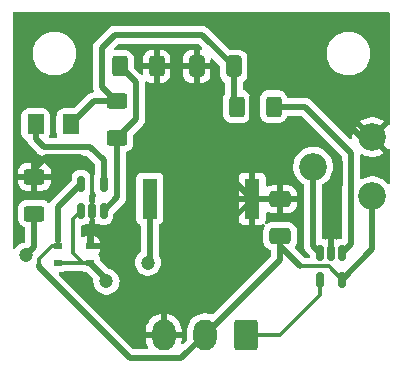
<source format=gbr>
%TF.GenerationSoftware,KiCad,Pcbnew,8.0.1*%
%TF.CreationDate,2024-05-29T15:36:32+02:00*%
%TF.ProjectId,TargetHitDetector,54617267-6574-4486-9974-446574656374,rev?*%
%TF.SameCoordinates,Original*%
%TF.FileFunction,Copper,L1,Top*%
%TF.FilePolarity,Positive*%
%FSLAX46Y46*%
G04 Gerber Fmt 4.6, Leading zero omitted, Abs format (unit mm)*
G04 Created by KiCad (PCBNEW 8.0.1) date 2024-05-29 15:36:32*
%MOMM*%
%LPD*%
G01*
G04 APERTURE LIST*
G04 Aperture macros list*
%AMRoundRect*
0 Rectangle with rounded corners*
0 $1 Rounding radius*
0 $2 $3 $4 $5 $6 $7 $8 $9 X,Y pos of 4 corners*
0 Add a 4 corners polygon primitive as box body*
4,1,4,$2,$3,$4,$5,$6,$7,$8,$9,$2,$3,0*
0 Add four circle primitives for the rounded corners*
1,1,$1+$1,$2,$3*
1,1,$1+$1,$4,$5*
1,1,$1+$1,$6,$7*
1,1,$1+$1,$8,$9*
0 Add four rect primitives between the rounded corners*
20,1,$1+$1,$2,$3,$4,$5,0*
20,1,$1+$1,$4,$5,$6,$7,0*
20,1,$1+$1,$6,$7,$8,$9,0*
20,1,$1+$1,$8,$9,$2,$3,0*%
G04 Aperture macros list end*
%TA.AperFunction,SMDPad,CuDef*%
%ADD10RoundRect,0.150000X0.150000X-0.512500X0.150000X0.512500X-0.150000X0.512500X-0.150000X-0.512500X0*%
%TD*%
%TA.AperFunction,ComponentPad*%
%ADD11RoundRect,0.250000X0.750000X1.050000X-0.750000X1.050000X-0.750000X-1.050000X0.750000X-1.050000X0*%
%TD*%
%TA.AperFunction,ComponentPad*%
%ADD12O,2.000000X2.600000*%
%TD*%
%TA.AperFunction,SMDPad,CuDef*%
%ADD13RoundRect,0.250000X0.625000X-0.400000X0.625000X0.400000X-0.625000X0.400000X-0.625000X-0.400000X0*%
%TD*%
%TA.AperFunction,SMDPad,CuDef*%
%ADD14R,0.700000X0.600000*%
%TD*%
%TA.AperFunction,SMDPad,CuDef*%
%ADD15RoundRect,0.250001X0.462499X0.624999X-0.462499X0.624999X-0.462499X-0.624999X0.462499X-0.624999X0*%
%TD*%
%TA.AperFunction,SMDPad,CuDef*%
%ADD16RoundRect,0.250000X0.650000X-0.412500X0.650000X0.412500X-0.650000X0.412500X-0.650000X-0.412500X0*%
%TD*%
%TA.AperFunction,SMDPad,CuDef*%
%ADD17RoundRect,0.250000X-0.400000X-0.625000X0.400000X-0.625000X0.400000X0.625000X-0.400000X0.625000X0*%
%TD*%
%TA.AperFunction,SMDPad,CuDef*%
%ADD18R,1.300000X3.400000*%
%TD*%
%TA.AperFunction,SMDPad,CuDef*%
%ADD19RoundRect,0.250000X0.412500X0.650000X-0.412500X0.650000X-0.412500X-0.650000X0.412500X-0.650000X0*%
%TD*%
%TA.AperFunction,SMDPad,CuDef*%
%ADD20RoundRect,0.150000X-0.150000X0.512500X-0.150000X-0.512500X0.150000X-0.512500X0.150000X0.512500X0*%
%TD*%
%TA.AperFunction,SMDPad,CuDef*%
%ADD21RoundRect,0.250000X0.400000X0.625000X-0.400000X0.625000X-0.400000X-0.625000X0.400000X-0.625000X0*%
%TD*%
%TA.AperFunction,ComponentPad*%
%ADD22C,2.340000*%
%TD*%
%TA.AperFunction,SMDPad,CuDef*%
%ADD23RoundRect,0.250000X-0.625000X0.400000X-0.625000X-0.400000X0.625000X-0.400000X0.625000X0.400000X0*%
%TD*%
%TA.AperFunction,ViaPad*%
%ADD24C,1.200000*%
%TD*%
%TA.AperFunction,Conductor*%
%ADD25C,0.500000*%
%TD*%
%TA.AperFunction,Conductor*%
%ADD26C,0.350000*%
%TD*%
%TA.AperFunction,Conductor*%
%ADD27C,0.450000*%
%TD*%
G04 APERTURE END LIST*
D10*
%TO.P,U1,1,+*%
%TO.N,Net-(BZ1--)*%
X135750000Y-99937500D03*
%TO.P,U1,2,V-*%
%TO.N,Earth*%
X136700000Y-99937500D03*
%TO.P,U1,3,-*%
%TO.N,Net-(U1--)*%
X137650000Y-99937500D03*
%TO.P,U1,4*%
%TO.N,Net-(D4-A)*%
X137650000Y-97662500D03*
%TO.P,U1,5,V+*%
%TO.N,+6V*%
X135750000Y-97662500D03*
%TD*%
D11*
%TO.P,J1,1,Pin_1*%
%TO.N,Net-(J1-Pin_1)*%
X149750000Y-110400000D03*
D12*
%TO.P,J1,2,Pin_2*%
%TO.N,+6V*%
X146250000Y-110400000D03*
%TO.P,J1,3,Pin_3*%
%TO.N,Earth*%
X142750000Y-110400000D03*
%TD*%
D13*
%TO.P,R3,1*%
%TO.N,Net-(U1--)*%
X138800000Y-93750000D03*
%TO.P,R3,2*%
%TO.N,Net-(D4-K)*%
X138800000Y-90650000D03*
%TD*%
D14*
%TO.P,D2,1,K*%
%TO.N,Net-(BZ1--)*%
X136500000Y-104300000D03*
%TO.P,D2,2,A*%
%TO.N,Earth*%
X136500000Y-102900000D03*
%TD*%
D15*
%TO.P,D4,1,K*%
%TO.N,Net-(D4-K)*%
X134887500Y-92600000D03*
%TO.P,D4,2,A*%
%TO.N,Net-(D4-A)*%
X131912500Y-92600000D03*
%TD*%
D16*
%TO.P,C1,1*%
%TO.N,+6V*%
X152600000Y-102062500D03*
%TO.P,C1,2*%
%TO.N,Earth*%
X152600000Y-98937500D03*
%TD*%
D17*
%TO.P,R5,1*%
%TO.N,Net-(D4-K)*%
X148950000Y-91100000D03*
%TO.P,R5,2*%
%TO.N,Net-(U2-+)*%
X152050000Y-91100000D03*
%TD*%
D18*
%TO.P,BZ1,1,-*%
%TO.N,Net-(BZ1--)*%
X141550000Y-98900000D03*
%TO.P,BZ1,2,+*%
%TO.N,Earth*%
X150250000Y-98900000D03*
%TD*%
D14*
%TO.P,D1,1,K*%
%TO.N,+6V*%
X133800000Y-102900000D03*
%TO.P,D1,2,A*%
%TO.N,Net-(BZ1--)*%
X133800000Y-104300000D03*
%TD*%
D19*
%TO.P,C2,1*%
%TO.N,Net-(D4-K)*%
X148662500Y-87700000D03*
%TO.P,C2,2*%
%TO.N,Earth*%
X145537500Y-87700000D03*
%TD*%
D20*
%TO.P,U2,1,+*%
%TO.N,Net-(U2-+)*%
X157850000Y-103462500D03*
%TO.P,U2,2,V-*%
%TO.N,Earth*%
X156900000Y-103462500D03*
%TO.P,U2,3,-*%
%TO.N,Net-(U2--)*%
X155950000Y-103462500D03*
%TO.P,U2,4*%
%TO.N,Net-(J1-Pin_1)*%
X155950000Y-105737500D03*
%TO.P,U2,5,V+*%
%TO.N,+6V*%
X157850000Y-105737500D03*
%TD*%
D21*
%TO.P,R2,1*%
%TO.N,Earth*%
X142150000Y-87700000D03*
%TO.P,R2,2*%
%TO.N,Net-(U1--)*%
X139050000Y-87700000D03*
%TD*%
D22*
%TO.P,RV1,1,1*%
%TO.N,+6V*%
X160400000Y-98675000D03*
%TO.P,RV1,2,2*%
%TO.N,Net-(U2--)*%
X155400000Y-96175000D03*
%TO.P,RV1,3,3*%
%TO.N,Earth*%
X160400000Y-93675000D03*
%TD*%
D23*
%TO.P,R1,1*%
%TO.N,Earth*%
X131800000Y-97050000D03*
%TO.P,R1,2*%
%TO.N,Net-(BZ1--)*%
X131800000Y-100150000D03*
%TD*%
D24*
%TO.N,Net-(BZ1--)*%
X141400000Y-104300000D03*
X137900000Y-105900000D03*
X131100000Y-103700000D03*
%TD*%
D25*
%TO.N,+6V*%
X144250000Y-112400000D02*
X146250000Y-110400000D01*
X139900000Y-112400000D02*
X144250000Y-112400000D01*
X132200000Y-104700000D02*
X139900000Y-112400000D01*
X132200000Y-104500000D02*
X132200000Y-104700000D01*
%TO.N,Earth*%
X150250000Y-90250000D02*
X150250000Y-97150000D01*
X151100000Y-89400000D02*
X150250000Y-90250000D01*
X155200000Y-89400000D02*
X151100000Y-89400000D01*
X159475000Y-93675000D02*
X155200000Y-89400000D01*
X160400000Y-93675000D02*
X159475000Y-93675000D01*
D26*
%TO.N,Net-(J1-Pin_1)*%
X155950000Y-107050000D02*
X152600000Y-110400000D01*
X155950000Y-105737500D02*
X155950000Y-107050000D01*
X152600000Y-110400000D02*
X149750000Y-110400000D01*
D25*
%TO.N,+6V*%
X152600000Y-104050000D02*
X152600000Y-102062500D01*
X146250000Y-110400000D02*
X152600000Y-104050000D01*
%TO.N,Net-(BZ1--)*%
X131800000Y-100150000D02*
X131800000Y-103000000D01*
X137900000Y-105700000D02*
X136500000Y-104300000D01*
X141550000Y-98900000D02*
X141550000Y-104150000D01*
D26*
X135900000Y-104300000D02*
X136500000Y-104300000D01*
D25*
X131800000Y-103000000D02*
X131100000Y-103700000D01*
D26*
X133800000Y-104300000D02*
X136500000Y-104300000D01*
X135750000Y-99937500D02*
X135100000Y-100587500D01*
X135100000Y-103500000D02*
X135900000Y-104300000D01*
X135100000Y-100587500D02*
X135100000Y-103500000D01*
X141550000Y-104150000D02*
X141400000Y-104300000D01*
X137900000Y-105900000D02*
X137900000Y-105700000D01*
%TO.N,Earth*%
X136700000Y-102700000D02*
X136500000Y-102900000D01*
D25*
X156900000Y-103462500D02*
X156900000Y-98500000D01*
X145537500Y-94187500D02*
X150250000Y-98900000D01*
X155150000Y-93250000D02*
X150250000Y-93250000D01*
X145537500Y-87700000D02*
X145537500Y-94187500D01*
X153000000Y-98937500D02*
X150287500Y-98937500D01*
D27*
X142750000Y-106400000D02*
X150250000Y-98900000D01*
D25*
X156900000Y-98500000D02*
X157700000Y-97700000D01*
X131800000Y-96400000D02*
X132800000Y-95400000D01*
X157700000Y-97700000D02*
X157700000Y-95800000D01*
D26*
X136700000Y-96400000D02*
X136700000Y-99937500D01*
D27*
X142750000Y-107750000D02*
X137900000Y-102900000D01*
D26*
X131800000Y-97050000D02*
X131800000Y-96400000D01*
X150250000Y-97150000D02*
X150250000Y-98900000D01*
D25*
X132800000Y-95400000D02*
X135700000Y-95400000D01*
D27*
X137900000Y-102900000D02*
X136500000Y-102900000D01*
X142750000Y-110400000D02*
X142750000Y-107750000D01*
D26*
X150250000Y-95787500D02*
X150250000Y-97150000D01*
D25*
X142150000Y-87700000D02*
X145537500Y-87700000D01*
D27*
X142750000Y-110400000D02*
X142750000Y-106400000D01*
D25*
X157700000Y-95800000D02*
X155150000Y-93250000D01*
D26*
X136700000Y-99937500D02*
X136700000Y-102700000D01*
X150287500Y-98937500D02*
X150250000Y-98900000D01*
D25*
X135700000Y-95400000D02*
X136700000Y-96400000D01*
%TO.N,Net-(D4-K)*%
X136837500Y-90650000D02*
X138800000Y-90650000D01*
X137500000Y-89400000D02*
X137500000Y-86100000D01*
X138600000Y-85000000D02*
X145962500Y-85000000D01*
X137500000Y-86100000D02*
X138600000Y-85000000D01*
D26*
X148662500Y-90812500D02*
X148950000Y-91100000D01*
D25*
X138750000Y-90650000D02*
X137500000Y-89400000D01*
D26*
X138800000Y-90650000D02*
X138750000Y-90650000D01*
D25*
X134887500Y-92600000D02*
X136837500Y-90650000D01*
X145962500Y-85000000D02*
X148662500Y-87700000D01*
X148662500Y-87700000D02*
X148662500Y-90812500D01*
D26*
%TO.N,+6V*%
X154300000Y-104600000D02*
X156712500Y-104600000D01*
X132200000Y-104000000D02*
X132200000Y-104500000D01*
D25*
X160400000Y-103187500D02*
X157850000Y-105737500D01*
D26*
X133800000Y-102900000D02*
X133800000Y-102500000D01*
D25*
X133800000Y-99612500D02*
X135750000Y-97662500D01*
D26*
X156712500Y-104600000D02*
X157850000Y-105737500D01*
D25*
X152600000Y-102062500D02*
X152600000Y-102900000D01*
X133800000Y-102500000D02*
X133800000Y-99612500D01*
D26*
X133800000Y-102900000D02*
X133300000Y-102900000D01*
D25*
X160400000Y-98675000D02*
X160400000Y-103187500D01*
D26*
X133300000Y-102900000D02*
X132200000Y-104000000D01*
D25*
X152600000Y-102900000D02*
X154300000Y-104600000D01*
%TO.N,Net-(D4-A)*%
X132612500Y-94500000D02*
X136500000Y-94500000D01*
X131912500Y-92600000D02*
X131912500Y-93800000D01*
X137650000Y-95650000D02*
X137650000Y-97662500D01*
X136500000Y-94500000D02*
X137650000Y-95650000D01*
X131912500Y-93800000D02*
X132612500Y-94500000D01*
%TO.N,Net-(U1--)*%
X140400000Y-89050000D02*
X139050000Y-87700000D01*
X138800000Y-93750000D02*
X140400000Y-92150000D01*
X140400000Y-92150000D02*
X140400000Y-89050000D01*
X138800000Y-98787500D02*
X138800000Y-93750000D01*
X137650000Y-99937500D02*
X138800000Y-98787500D01*
%TO.N,Net-(U2-+)*%
X152050000Y-91100000D02*
X154700000Y-91100000D01*
X154700000Y-91100000D02*
X158600000Y-95000000D01*
X158600000Y-102712500D02*
X157850000Y-103462500D01*
X158600000Y-95000000D02*
X158600000Y-102712500D01*
%TO.N,Net-(U2--)*%
X155400000Y-102912500D02*
X155950000Y-103462500D01*
X155400000Y-96175000D02*
X155400000Y-102912500D01*
%TD*%
%TA.AperFunction,Conductor*%
%TO.N,Earth*%
G36*
X150700320Y-83065001D02*
G01*
X161774788Y-83099608D01*
X161842844Y-83119822D01*
X161889169Y-83173623D01*
X161900391Y-83225213D01*
X161929552Y-92557032D01*
X161909763Y-92625215D01*
X161856253Y-92671876D01*
X161796488Y-92683228D01*
X161753399Y-92680808D01*
X161002697Y-93431509D01*
X160976022Y-93367110D01*
X160904888Y-93260649D01*
X160814351Y-93170112D01*
X160707890Y-93098978D01*
X160643488Y-93072301D01*
X161393988Y-92321801D01*
X161393988Y-92321799D01*
X161241355Y-92217736D01*
X161241347Y-92217731D01*
X161014770Y-92108617D01*
X161014752Y-92108610D01*
X160774447Y-92034486D01*
X160774435Y-92034484D01*
X160525745Y-91997000D01*
X160274255Y-91997000D01*
X160025564Y-92034484D01*
X160025552Y-92034486D01*
X159785247Y-92108610D01*
X159785234Y-92108615D01*
X159558651Y-92217732D01*
X159406010Y-92321800D01*
X159406010Y-92321801D01*
X160156510Y-93072301D01*
X160092110Y-93098978D01*
X159985649Y-93170112D01*
X159895112Y-93260649D01*
X159823978Y-93367110D01*
X159797301Y-93431511D01*
X159046598Y-92680807D01*
X159046597Y-92680807D01*
X159009686Y-92727095D01*
X158883933Y-92944904D01*
X158883931Y-92944908D01*
X158792054Y-93179010D01*
X158792053Y-93179012D01*
X158736089Y-93424202D01*
X158717295Y-93675000D01*
X158721861Y-93735926D01*
X158707005Y-93805351D01*
X158656974Y-93855724D01*
X158587651Y-93871051D01*
X158521047Y-93846466D01*
X158507118Y-93834437D01*
X155183519Y-90510838D01*
X155183515Y-90510834D01*
X155059284Y-90427826D01*
X154921247Y-90370649D01*
X154847976Y-90356074D01*
X154847975Y-90356073D01*
X154774711Y-90341500D01*
X154774706Y-90341500D01*
X153295807Y-90341500D01*
X153227686Y-90321498D01*
X153181193Y-90267842D01*
X153176202Y-90255133D01*
X153142115Y-90152262D01*
X153049030Y-90001348D01*
X153049029Y-90001347D01*
X153049024Y-90001341D01*
X152923658Y-89875975D01*
X152923652Y-89875970D01*
X152797614Y-89798229D01*
X152772738Y-89782885D01*
X152688582Y-89754999D01*
X152604427Y-89727113D01*
X152604420Y-89727112D01*
X152500553Y-89716500D01*
X151599455Y-89716500D01*
X151495574Y-89727112D01*
X151327261Y-89782885D01*
X151176347Y-89875970D01*
X151176341Y-89875975D01*
X151050975Y-90001341D01*
X151050970Y-90001347D01*
X150957885Y-90152262D01*
X150902113Y-90320572D01*
X150902112Y-90320579D01*
X150891500Y-90424446D01*
X150891500Y-91775544D01*
X150902112Y-91879425D01*
X150957885Y-92047738D01*
X151050970Y-92198652D01*
X151050975Y-92198658D01*
X151176341Y-92324024D01*
X151176347Y-92324029D01*
X151176348Y-92324030D01*
X151327262Y-92417115D01*
X151495574Y-92472887D01*
X151599455Y-92483500D01*
X152500544Y-92483499D01*
X152604426Y-92472887D01*
X152772738Y-92417115D01*
X152923652Y-92324030D01*
X153049030Y-92198652D01*
X153142115Y-92047738D01*
X153176202Y-91944865D01*
X153216616Y-91886496D01*
X153282173Y-91859240D01*
X153295807Y-91858500D01*
X154333629Y-91858500D01*
X154401750Y-91878502D01*
X154422724Y-91895405D01*
X157804595Y-95277276D01*
X157838621Y-95339588D01*
X157841500Y-95366371D01*
X157841500Y-102165500D01*
X157821498Y-102233621D01*
X157767842Y-102280114D01*
X157715500Y-102291500D01*
X157633489Y-102291500D01*
X157596171Y-102294437D01*
X157596170Y-102294437D01*
X157436392Y-102340857D01*
X157429118Y-102344005D01*
X157428314Y-102342148D01*
X157369818Y-102356984D01*
X157321411Y-102342770D01*
X157320678Y-102344467D01*
X157313405Y-102341320D01*
X157154000Y-102295007D01*
X157154000Y-102545155D01*
X157136454Y-102609293D01*
X157090856Y-102686395D01*
X157044437Y-102846170D01*
X157044437Y-102846171D01*
X157041500Y-102883488D01*
X157041500Y-103590500D01*
X157021498Y-103658621D01*
X156967842Y-103705114D01*
X156915500Y-103716500D01*
X156884500Y-103716500D01*
X156816379Y-103696498D01*
X156769886Y-103642842D01*
X156758500Y-103590500D01*
X156758500Y-102883489D01*
X156758499Y-102883488D01*
X156757764Y-102874155D01*
X156755562Y-102846169D01*
X156709145Y-102686399D01*
X156702336Y-102674885D01*
X156663546Y-102609293D01*
X156646000Y-102545155D01*
X156646000Y-102295007D01*
X156486598Y-102341318D01*
X156479326Y-102344466D01*
X156478420Y-102342374D01*
X156420786Y-102356983D01*
X156371526Y-102342515D01*
X156370882Y-102344005D01*
X156363606Y-102340857D01*
X156363602Y-102340856D01*
X156363601Y-102340855D01*
X156303014Y-102323253D01*
X156249347Y-102307661D01*
X156189511Y-102269448D01*
X156159834Y-102204951D01*
X156158500Y-102186664D01*
X156158500Y-97751891D01*
X156178502Y-97683770D01*
X156229833Y-97638368D01*
X156241604Y-97632700D01*
X156449462Y-97490984D01*
X156633878Y-97319872D01*
X156790731Y-97123184D01*
X156916517Y-96905316D01*
X156923942Y-96886399D01*
X156943292Y-96837095D01*
X157008427Y-96671134D01*
X157064407Y-96425869D01*
X157083207Y-96175000D01*
X157064407Y-95924131D01*
X157008427Y-95678866D01*
X156965320Y-95569033D01*
X156916520Y-95444690D01*
X156916518Y-95444686D01*
X156790733Y-95226819D01*
X156773863Y-95205665D01*
X156633878Y-95030128D01*
X156633877Y-95030127D01*
X156633874Y-95030123D01*
X156449467Y-94859021D01*
X156449461Y-94859015D01*
X156331740Y-94778754D01*
X156241606Y-94717301D01*
X156014949Y-94608148D01*
X156014936Y-94608143D01*
X155774559Y-94533997D01*
X155774551Y-94533995D01*
X155774549Y-94533995D01*
X155525786Y-94496500D01*
X155274214Y-94496500D01*
X155025451Y-94533995D01*
X155025449Y-94533995D01*
X155025440Y-94533997D01*
X154785063Y-94608143D01*
X154785051Y-94608148D01*
X154558394Y-94717301D01*
X154558387Y-94717305D01*
X154350544Y-94859011D01*
X154350532Y-94859021D01*
X154166125Y-95030123D01*
X154009266Y-95226819D01*
X153883481Y-95444686D01*
X153883479Y-95444690D01*
X153791571Y-95678870D01*
X153740506Y-95902605D01*
X153735593Y-95924131D01*
X153716793Y-96175000D01*
X153735593Y-96425869D01*
X153735594Y-96425873D01*
X153791571Y-96671129D01*
X153883479Y-96905309D01*
X153883481Y-96905313D01*
X154009266Y-97123180D01*
X154166125Y-97319876D01*
X154250668Y-97398319D01*
X154350538Y-97490984D01*
X154350544Y-97490988D01*
X154558394Y-97632698D01*
X154558399Y-97632701D01*
X154570165Y-97638367D01*
X154622863Y-97685942D01*
X154641500Y-97751891D01*
X154641500Y-102987207D01*
X154660026Y-103080342D01*
X154670649Y-103133747D01*
X154727826Y-103271784D01*
X154810834Y-103396015D01*
X154810836Y-103396017D01*
X154810838Y-103396019D01*
X155104595Y-103689776D01*
X155138621Y-103752088D01*
X155141500Y-103778871D01*
X155141500Y-103790500D01*
X155121498Y-103858621D01*
X155067842Y-103905114D01*
X155015500Y-103916500D01*
X154741371Y-103916500D01*
X154673250Y-103896498D01*
X154652276Y-103879595D01*
X153870761Y-103098080D01*
X153836735Y-103035768D01*
X153841800Y-102964953D01*
X153852610Y-102942846D01*
X153942115Y-102797738D01*
X153997887Y-102629426D01*
X154008500Y-102525545D01*
X154008499Y-101599456D01*
X153997887Y-101495574D01*
X153942115Y-101327262D01*
X153849030Y-101176348D01*
X153849029Y-101176347D01*
X153849024Y-101176341D01*
X153723658Y-101050975D01*
X153723652Y-101050970D01*
X153710752Y-101043013D01*
X153572738Y-100957885D01*
X153488582Y-100929999D01*
X153404427Y-100902113D01*
X153404420Y-100902112D01*
X153300553Y-100891500D01*
X151899455Y-100891500D01*
X151795574Y-100902112D01*
X151627261Y-100957885D01*
X151521774Y-101022951D01*
X151453294Y-101041688D01*
X151385556Y-101020429D01*
X151340064Y-100965921D01*
X151331263Y-100895472D01*
X151348416Y-100855127D01*
X151346125Y-100853876D01*
X151350444Y-100845964D01*
X151401494Y-100709093D01*
X151407999Y-100648597D01*
X151408000Y-100648585D01*
X151408000Y-100132042D01*
X151428002Y-100063921D01*
X151481658Y-100017428D01*
X151551932Y-100007324D01*
X151600148Y-100024802D01*
X151627473Y-100041656D01*
X151795678Y-100097393D01*
X151795681Y-100097394D01*
X151899483Y-100107999D01*
X151899483Y-100108000D01*
X152346000Y-100108000D01*
X152346000Y-99191500D01*
X152854000Y-99191500D01*
X152854000Y-100108000D01*
X153300517Y-100108000D01*
X153300516Y-100107999D01*
X153404318Y-100097394D01*
X153404321Y-100097393D01*
X153572525Y-100041657D01*
X153723339Y-99948634D01*
X153723345Y-99948629D01*
X153848629Y-99823345D01*
X153848634Y-99823339D01*
X153941657Y-99672525D01*
X153997393Y-99504321D01*
X153997394Y-99504318D01*
X154007999Y-99400516D01*
X154008000Y-99400516D01*
X154008000Y-99191500D01*
X152854000Y-99191500D01*
X152346000Y-99191500D01*
X151238691Y-99191500D01*
X151170570Y-99171498D01*
X151149596Y-99154595D01*
X151149001Y-99154000D01*
X150504000Y-99154000D01*
X150504000Y-101108000D01*
X150948585Y-101108000D01*
X150948597Y-101107999D01*
X151009093Y-101101494D01*
X151145964Y-101050444D01*
X151153876Y-101046125D01*
X151155480Y-101049062D01*
X151206705Y-101029949D01*
X151276081Y-101045032D01*
X151326290Y-101095227D01*
X151341390Y-101164599D01*
X151322951Y-101221774D01*
X151257885Y-101327262D01*
X151202113Y-101495572D01*
X151202112Y-101495579D01*
X151191500Y-101599446D01*
X151191500Y-102525544D01*
X151202112Y-102629425D01*
X151257885Y-102797738D01*
X151350970Y-102948652D01*
X151350975Y-102948658D01*
X151476341Y-103074024D01*
X151476347Y-103074029D01*
X151476348Y-103074030D01*
X151627262Y-103167115D01*
X151755135Y-103209487D01*
X151813504Y-103249899D01*
X151840760Y-103315455D01*
X151841500Y-103329090D01*
X151841500Y-103683628D01*
X151821498Y-103751749D01*
X151804595Y-103772723D01*
X146918558Y-108658759D01*
X146856246Y-108692785D01*
X146790527Y-108689497D01*
X146603246Y-108628645D01*
X146603242Y-108628644D01*
X146603241Y-108628644D01*
X146368722Y-108591500D01*
X146131278Y-108591500D01*
X145896759Y-108628644D01*
X145896753Y-108628645D01*
X145670941Y-108702016D01*
X145670935Y-108702019D01*
X145459369Y-108809817D01*
X145267275Y-108949382D01*
X145267272Y-108949384D01*
X145099384Y-109117272D01*
X145099382Y-109117275D01*
X144959817Y-109309369D01*
X144852019Y-109520935D01*
X144852016Y-109520941D01*
X144778645Y-109746753D01*
X144778644Y-109746758D01*
X144778644Y-109746759D01*
X144745178Y-109958061D01*
X144741500Y-109981281D01*
X144741500Y-110783627D01*
X144721498Y-110851748D01*
X144704595Y-110872723D01*
X144437991Y-111139326D01*
X144375679Y-111173351D01*
X144304863Y-111168286D01*
X144248028Y-111125739D01*
X144223217Y-111059219D01*
X144224447Y-111030519D01*
X144258000Y-110818678D01*
X144258000Y-110654000D01*
X143510704Y-110654000D01*
X143519257Y-110633351D01*
X143550000Y-110478793D01*
X143550000Y-110321207D01*
X143519257Y-110166649D01*
X143510704Y-110146000D01*
X144258000Y-110146000D01*
X144258000Y-109981321D01*
X144220866Y-109746870D01*
X144147519Y-109521132D01*
X144039754Y-109309632D01*
X143900235Y-109117601D01*
X143900233Y-109117598D01*
X143732401Y-108949766D01*
X143732398Y-108949764D01*
X143540367Y-108810245D01*
X143328867Y-108702480D01*
X143103128Y-108629133D01*
X143004000Y-108613432D01*
X143004000Y-109639296D01*
X142983351Y-109630743D01*
X142828793Y-109600000D01*
X142671207Y-109600000D01*
X142516649Y-109630743D01*
X142496000Y-109639296D01*
X142496000Y-108613432D01*
X142396871Y-108629133D01*
X142171132Y-108702480D01*
X141959632Y-108810245D01*
X141767601Y-108949764D01*
X141767598Y-108949766D01*
X141599766Y-109117598D01*
X141599764Y-109117601D01*
X141460245Y-109309632D01*
X141352480Y-109521132D01*
X141279133Y-109746870D01*
X141242000Y-109981321D01*
X141242000Y-110146000D01*
X141989296Y-110146000D01*
X141980743Y-110166649D01*
X141950000Y-110321207D01*
X141950000Y-110478793D01*
X141980743Y-110633351D01*
X141989296Y-110654000D01*
X141242000Y-110654000D01*
X141242000Y-110818678D01*
X141279133Y-111053129D01*
X141352480Y-111278867D01*
X141443905Y-111458297D01*
X141457009Y-111528074D01*
X141430309Y-111593858D01*
X141372282Y-111634765D01*
X141331638Y-111641500D01*
X140266371Y-111641500D01*
X140198250Y-111621498D01*
X140177276Y-111604595D01*
X133896276Y-105323595D01*
X133862250Y-105261283D01*
X133867315Y-105190468D01*
X133909862Y-105133632D01*
X133976382Y-105108821D01*
X133985371Y-105108500D01*
X134198632Y-105108500D01*
X134198638Y-105108500D01*
X134198645Y-105108499D01*
X134198649Y-105108499D01*
X134259196Y-105101990D01*
X134259199Y-105101989D01*
X134259201Y-105101989D01*
X134396204Y-105050889D01*
X134397405Y-105049990D01*
X134452653Y-105008632D01*
X134519173Y-104983821D01*
X134528162Y-104983500D01*
X135771838Y-104983500D01*
X135839959Y-105003502D01*
X135847347Y-105008632D01*
X135903792Y-105050887D01*
X135903794Y-105050888D01*
X135903796Y-105050889D01*
X135926304Y-105059284D01*
X136040795Y-105101988D01*
X136040803Y-105101990D01*
X136101350Y-105108499D01*
X136101355Y-105108499D01*
X136101362Y-105108500D01*
X136183629Y-105108500D01*
X136251750Y-105128502D01*
X136272724Y-105145405D01*
X136765327Y-105638008D01*
X136799353Y-105700320D01*
X136801695Y-105738728D01*
X136786751Y-105899999D01*
X136805706Y-106104562D01*
X136861923Y-106302144D01*
X136861929Y-106302160D01*
X136953493Y-106486045D01*
X136953497Y-106486050D01*
X137077297Y-106649990D01*
X137229116Y-106788391D01*
X137229118Y-106788392D01*
X137403782Y-106896540D01*
X137595345Y-106970751D01*
X137797282Y-107008500D01*
X137797285Y-107008500D01*
X138002715Y-107008500D01*
X138002718Y-107008500D01*
X138204655Y-106970751D01*
X138396218Y-106896540D01*
X138570882Y-106788392D01*
X138722701Y-106649991D01*
X138846503Y-106486050D01*
X138846504Y-106486046D01*
X138846506Y-106486045D01*
X138938070Y-106302160D01*
X138938069Y-106302160D01*
X138938074Y-106302152D01*
X138994294Y-106104559D01*
X139013249Y-105900000D01*
X138994294Y-105695441D01*
X138990516Y-105682164D01*
X138938076Y-105497855D01*
X138938075Y-105497854D01*
X138938074Y-105497848D01*
X138893584Y-105408500D01*
X138846506Y-105313954D01*
X138846502Y-105313949D01*
X138833352Y-105296536D01*
X138806731Y-105261283D01*
X138722702Y-105150009D01*
X138570883Y-105011608D01*
X138396223Y-104903463D01*
X138396222Y-104903462D01*
X138396218Y-104903460D01*
X138204655Y-104829249D01*
X138204652Y-104829248D01*
X138204651Y-104829248D01*
X138116662Y-104812799D01*
X138053377Y-104780620D01*
X138050721Y-104778040D01*
X137572681Y-104300000D01*
X140286751Y-104300000D01*
X140305706Y-104504562D01*
X140361923Y-104702144D01*
X140361929Y-104702160D01*
X140453493Y-104886045D01*
X140453497Y-104886050D01*
X140577297Y-105049990D01*
X140729116Y-105188391D01*
X140808672Y-105237650D01*
X140903782Y-105296540D01*
X141095345Y-105370751D01*
X141297282Y-105408500D01*
X141297285Y-105408500D01*
X141502715Y-105408500D01*
X141502718Y-105408500D01*
X141704655Y-105370751D01*
X141896218Y-105296540D01*
X142070882Y-105188392D01*
X142222701Y-105049991D01*
X142346503Y-104886050D01*
X142346504Y-104886046D01*
X142346506Y-104886045D01*
X142438070Y-104702160D01*
X142438069Y-104702160D01*
X142438074Y-104702152D01*
X142494294Y-104504559D01*
X142513249Y-104300000D01*
X142494294Y-104095441D01*
X142484327Y-104060412D01*
X142438076Y-103897855D01*
X142438075Y-103897854D01*
X142438074Y-103897848D01*
X142434562Y-103890795D01*
X142346506Y-103713954D01*
X142346504Y-103713952D01*
X142346503Y-103713951D01*
X142346503Y-103713950D01*
X142333948Y-103697324D01*
X142308860Y-103630908D01*
X142308500Y-103621394D01*
X142308500Y-101189733D01*
X142328502Y-101121612D01*
X142382158Y-101075119D01*
X142390441Y-101071687D01*
X142446204Y-101050889D01*
X142563261Y-100963261D01*
X142631026Y-100872738D01*
X142650887Y-100846207D01*
X142650887Y-100846206D01*
X142650889Y-100846204D01*
X142701989Y-100709201D01*
X142702503Y-100704426D01*
X142708499Y-100648649D01*
X142708500Y-100648632D01*
X142708500Y-99154000D01*
X149092000Y-99154000D01*
X149092000Y-100648597D01*
X149098505Y-100709093D01*
X149149555Y-100845964D01*
X149149555Y-100845965D01*
X149237095Y-100962904D01*
X149354034Y-101050444D01*
X149490906Y-101101494D01*
X149551402Y-101107999D01*
X149551415Y-101108000D01*
X149996000Y-101108000D01*
X149996000Y-99154000D01*
X149092000Y-99154000D01*
X142708500Y-99154000D01*
X142708500Y-98646000D01*
X149092000Y-98646000D01*
X149996000Y-98646000D01*
X149996000Y-96692000D01*
X150504000Y-96692000D01*
X150504000Y-98646000D01*
X151361309Y-98646000D01*
X151429430Y-98666002D01*
X151450404Y-98682905D01*
X151450999Y-98683500D01*
X152346000Y-98683500D01*
X152346000Y-97767000D01*
X152854000Y-97767000D01*
X152854000Y-98683500D01*
X154008000Y-98683500D01*
X154008000Y-98474483D01*
X153997394Y-98370681D01*
X153997393Y-98370678D01*
X153941657Y-98202474D01*
X153848634Y-98051660D01*
X153848629Y-98051654D01*
X153723345Y-97926370D01*
X153723339Y-97926365D01*
X153572525Y-97833342D01*
X153404321Y-97777606D01*
X153404318Y-97777605D01*
X153300516Y-97767000D01*
X152854000Y-97767000D01*
X152346000Y-97767000D01*
X151899483Y-97767000D01*
X151795681Y-97777605D01*
X151795678Y-97777606D01*
X151627473Y-97833343D01*
X151600145Y-97850199D01*
X151531666Y-97868935D01*
X151463927Y-97847675D01*
X151418436Y-97793167D01*
X151408000Y-97742957D01*
X151408000Y-97151414D01*
X151407999Y-97151402D01*
X151401494Y-97090906D01*
X151350444Y-96954035D01*
X151350444Y-96954034D01*
X151262904Y-96837095D01*
X151145965Y-96749555D01*
X151009093Y-96698505D01*
X150948597Y-96692000D01*
X150504000Y-96692000D01*
X149996000Y-96692000D01*
X149551402Y-96692000D01*
X149490906Y-96698505D01*
X149354035Y-96749555D01*
X149354034Y-96749555D01*
X149237095Y-96837095D01*
X149149555Y-96954034D01*
X149149555Y-96954035D01*
X149098505Y-97090906D01*
X149092000Y-97151402D01*
X149092000Y-98646000D01*
X142708500Y-98646000D01*
X142708500Y-97151367D01*
X142708499Y-97151350D01*
X142701990Y-97090803D01*
X142701988Y-97090795D01*
X142650978Y-96954035D01*
X142650889Y-96953796D01*
X142650888Y-96953794D01*
X142650887Y-96953792D01*
X142563261Y-96836738D01*
X142446207Y-96749112D01*
X142446202Y-96749110D01*
X142309204Y-96698011D01*
X142309196Y-96698009D01*
X142248649Y-96691500D01*
X142248638Y-96691500D01*
X140851362Y-96691500D01*
X140851350Y-96691500D01*
X140790803Y-96698009D01*
X140790795Y-96698011D01*
X140653797Y-96749110D01*
X140653792Y-96749112D01*
X140536738Y-96836738D01*
X140449112Y-96953792D01*
X140449110Y-96953797D01*
X140398011Y-97090795D01*
X140398009Y-97090803D01*
X140391500Y-97151350D01*
X140391500Y-100648649D01*
X140398009Y-100709196D01*
X140398011Y-100709204D01*
X140449110Y-100846202D01*
X140449112Y-100846207D01*
X140536738Y-100963261D01*
X140653791Y-101050886D01*
X140653792Y-101050886D01*
X140653796Y-101050889D01*
X140709535Y-101071679D01*
X140766368Y-101114224D01*
X140791179Y-101180744D01*
X140791500Y-101189733D01*
X140791500Y-103302801D01*
X140771498Y-103370922D01*
X140733730Y-103408061D01*
X140733761Y-103408102D01*
X140733454Y-103408333D01*
X140731835Y-103409925D01*
X140730730Y-103410609D01*
X140729114Y-103411610D01*
X140577297Y-103550009D01*
X140453497Y-103713949D01*
X140453493Y-103713954D01*
X140361929Y-103897839D01*
X140361923Y-103897855D01*
X140305706Y-104095437D01*
X140286751Y-104300000D01*
X137572681Y-104300000D01*
X137395405Y-104122724D01*
X137361379Y-104060412D01*
X137358500Y-104033629D01*
X137358500Y-103951367D01*
X137358499Y-103951350D01*
X137351990Y-103890803D01*
X137351988Y-103890795D01*
X137314579Y-103790500D01*
X137300889Y-103753796D01*
X137300888Y-103753794D01*
X137300887Y-103753792D01*
X137241972Y-103675091D01*
X137217161Y-103608571D01*
X137232253Y-103539196D01*
X137241973Y-103524072D01*
X137300443Y-103445966D01*
X137300444Y-103445964D01*
X137351494Y-103309093D01*
X137357999Y-103248597D01*
X137358000Y-103248585D01*
X137358000Y-103154000D01*
X136372000Y-103154000D01*
X136303879Y-103133998D01*
X136257386Y-103080342D01*
X136246000Y-103028000D01*
X136246000Y-102092000D01*
X136754000Y-102092000D01*
X136754000Y-102646000D01*
X137358000Y-102646000D01*
X137358000Y-102551414D01*
X137357999Y-102551402D01*
X137351494Y-102490906D01*
X137300444Y-102354035D01*
X137300444Y-102354034D01*
X137212904Y-102237095D01*
X137095965Y-102149555D01*
X136959093Y-102098505D01*
X136898597Y-102092000D01*
X136754000Y-102092000D01*
X136246000Y-102092000D01*
X136101402Y-102092000D01*
X136040905Y-102098505D01*
X135953532Y-102131094D01*
X135882716Y-102136158D01*
X135820404Y-102102133D01*
X135786379Y-102039821D01*
X135783500Y-102013038D01*
X135783500Y-101234500D01*
X135803502Y-101166379D01*
X135857158Y-101119886D01*
X135909500Y-101108500D01*
X135966511Y-101108500D01*
X135966511Y-101108499D01*
X136003831Y-101105562D01*
X136163601Y-101059145D01*
X136163605Y-101059142D01*
X136170876Y-101055997D01*
X136171680Y-101057855D01*
X136230157Y-101043014D01*
X136278584Y-101057230D01*
X136279319Y-101055532D01*
X136286593Y-101058679D01*
X136446000Y-101104991D01*
X136446000Y-100854842D01*
X136463547Y-100790702D01*
X136509145Y-100713601D01*
X136555562Y-100553831D01*
X136558499Y-100516511D01*
X136558500Y-100516511D01*
X136558500Y-99358489D01*
X136558499Y-99358488D01*
X136555562Y-99321171D01*
X136555562Y-99321170D01*
X136540990Y-99271013D01*
X136509145Y-99161399D01*
X136509143Y-99161395D01*
X136463546Y-99084293D01*
X136446000Y-99020155D01*
X136446000Y-98770007D01*
X136442317Y-98767242D01*
X136399851Y-98710346D01*
X136394887Y-98639523D01*
X136422015Y-98589947D01*
X136419595Y-98588070D01*
X136424448Y-98581811D01*
X136424453Y-98581807D01*
X136466799Y-98510204D01*
X136509143Y-98438605D01*
X136509143Y-98438603D01*
X136509145Y-98438601D01*
X136555562Y-98278831D01*
X136558499Y-98241511D01*
X136558500Y-98241511D01*
X136558500Y-97083489D01*
X136558499Y-97083488D01*
X136555562Y-97046171D01*
X136555562Y-97046170D01*
X136555561Y-97046167D01*
X136509145Y-96886399D01*
X136509143Y-96886397D01*
X136509143Y-96886394D01*
X136424455Y-96743196D01*
X136424450Y-96743189D01*
X136306810Y-96625549D01*
X136306803Y-96625544D01*
X136163605Y-96540856D01*
X136003829Y-96494437D01*
X135966511Y-96491500D01*
X135966502Y-96491500D01*
X135533498Y-96491500D01*
X135533489Y-96491500D01*
X135496171Y-96494437D01*
X135496170Y-96494437D01*
X135336394Y-96540856D01*
X135193196Y-96625544D01*
X135193189Y-96625549D01*
X135075549Y-96743189D01*
X135075544Y-96743196D01*
X134990856Y-96886394D01*
X134944437Y-97046170D01*
X134944437Y-97046171D01*
X134941500Y-97083488D01*
X134941500Y-97346129D01*
X134921498Y-97414250D01*
X134904595Y-97435224D01*
X133210838Y-99128980D01*
X133210833Y-99128986D01*
X133162283Y-99201647D01*
X133107806Y-99247175D01*
X133037363Y-99256023D01*
X132973319Y-99225381D01*
X132968423Y-99220740D01*
X132898658Y-99150975D01*
X132898652Y-99150970D01*
X132863009Y-99128985D01*
X132747738Y-99057885D01*
X132663582Y-99029999D01*
X132579427Y-99002113D01*
X132579420Y-99002112D01*
X132475553Y-98991500D01*
X131124455Y-98991500D01*
X131020574Y-99002112D01*
X130852261Y-99057885D01*
X130701347Y-99150970D01*
X130701341Y-99150975D01*
X130575975Y-99276341D01*
X130575970Y-99276347D01*
X130482885Y-99427262D01*
X130427113Y-99595572D01*
X130427112Y-99595579D01*
X130416500Y-99699446D01*
X130416500Y-100600544D01*
X130427112Y-100704425D01*
X130482885Y-100872738D01*
X130575970Y-101023652D01*
X130575975Y-101023658D01*
X130701341Y-101149024D01*
X130701347Y-101149029D01*
X130701348Y-101149030D01*
X130852262Y-101242115D01*
X130955135Y-101276203D01*
X131013504Y-101316614D01*
X131040760Y-101382171D01*
X131041500Y-101395806D01*
X131041500Y-102478605D01*
X131021498Y-102546726D01*
X130967842Y-102593219D01*
X130938654Y-102602459D01*
X130902099Y-102609293D01*
X130795343Y-102629249D01*
X130677543Y-102674885D01*
X130603782Y-102703460D01*
X130603781Y-102703460D01*
X130603780Y-102703461D01*
X130603776Y-102703463D01*
X130429116Y-102811608D01*
X130277297Y-102950009D01*
X130176550Y-103083422D01*
X130119537Y-103125729D01*
X130048700Y-103130497D01*
X129986531Y-103096211D01*
X129952768Y-103033756D01*
X129950000Y-103007490D01*
X129950000Y-97304000D01*
X130417000Y-97304000D01*
X130417000Y-97500516D01*
X130427605Y-97604318D01*
X130427606Y-97604321D01*
X130483342Y-97772525D01*
X130576365Y-97923339D01*
X130576370Y-97923345D01*
X130701654Y-98048629D01*
X130701660Y-98048634D01*
X130852474Y-98141657D01*
X131020678Y-98197393D01*
X131020681Y-98197394D01*
X131124483Y-98207999D01*
X131124483Y-98208000D01*
X131546000Y-98208000D01*
X131546000Y-97304000D01*
X132054000Y-97304000D01*
X132054000Y-98208000D01*
X132475517Y-98208000D01*
X132475516Y-98207999D01*
X132579318Y-98197394D01*
X132579321Y-98197393D01*
X132747525Y-98141657D01*
X132898339Y-98048634D01*
X132898345Y-98048629D01*
X133023629Y-97923345D01*
X133023634Y-97923339D01*
X133116657Y-97772525D01*
X133172393Y-97604321D01*
X133172394Y-97604318D01*
X133182999Y-97500516D01*
X133183000Y-97500516D01*
X133183000Y-97304000D01*
X132054000Y-97304000D01*
X131546000Y-97304000D01*
X130417000Y-97304000D01*
X129950000Y-97304000D01*
X129950000Y-96796000D01*
X130417000Y-96796000D01*
X131546000Y-96796000D01*
X131546000Y-95892000D01*
X132054000Y-95892000D01*
X132054000Y-96796000D01*
X133183000Y-96796000D01*
X133183000Y-96599483D01*
X133172394Y-96495681D01*
X133172393Y-96495678D01*
X133116657Y-96327474D01*
X133023634Y-96176660D01*
X133023629Y-96176654D01*
X132898345Y-96051370D01*
X132898339Y-96051365D01*
X132747525Y-95958342D01*
X132579321Y-95902606D01*
X132579318Y-95902605D01*
X132475516Y-95892000D01*
X132054000Y-95892000D01*
X131546000Y-95892000D01*
X131124483Y-95892000D01*
X131020681Y-95902605D01*
X131020678Y-95902606D01*
X130852474Y-95958342D01*
X130701660Y-96051365D01*
X130701654Y-96051370D01*
X130576370Y-96176654D01*
X130576365Y-96176660D01*
X130483342Y-96327474D01*
X130427606Y-96495678D01*
X130427605Y-96495681D01*
X130417000Y-96599483D01*
X130417000Y-96796000D01*
X129950000Y-96796000D01*
X129950000Y-93275552D01*
X130691499Y-93275552D01*
X130702112Y-93379421D01*
X130702112Y-93379423D01*
X130702113Y-93379425D01*
X130757885Y-93547738D01*
X130788621Y-93597568D01*
X130850970Y-93698651D01*
X130850975Y-93698657D01*
X130976342Y-93824024D01*
X130976348Y-93824029D01*
X130976349Y-93824030D01*
X131120633Y-93913026D01*
X131168110Y-93965811D01*
X131178063Y-93995682D01*
X131183147Y-94021239D01*
X131183149Y-94021247D01*
X131240326Y-94159284D01*
X131323334Y-94283515D01*
X132023334Y-94983515D01*
X132023335Y-94983516D01*
X132128984Y-95089165D01*
X132253216Y-95172174D01*
X132334076Y-95205667D01*
X132391253Y-95229351D01*
X132464522Y-95243924D01*
X132464523Y-95243925D01*
X132479098Y-95246824D01*
X132537794Y-95258500D01*
X132537795Y-95258500D01*
X132687205Y-95258500D01*
X136133629Y-95258500D01*
X136201750Y-95278502D01*
X136222724Y-95295405D01*
X136854595Y-95927276D01*
X136888621Y-95989588D01*
X136891500Y-96016371D01*
X136891500Y-96866245D01*
X136886497Y-96901397D01*
X136844438Y-97046167D01*
X136844437Y-97046171D01*
X136841500Y-97083488D01*
X136841500Y-98241511D01*
X136844437Y-98278828D01*
X136844437Y-98278829D01*
X136890856Y-98438605D01*
X136975544Y-98581803D01*
X136980405Y-98588070D01*
X136977984Y-98589947D01*
X137005151Y-98639698D01*
X137000086Y-98710513D01*
X136957683Y-98767241D01*
X136954000Y-98770006D01*
X136954000Y-99020155D01*
X136936454Y-99084293D01*
X136890856Y-99161395D01*
X136844437Y-99321170D01*
X136844437Y-99321171D01*
X136841500Y-99358488D01*
X136841500Y-100516511D01*
X136844437Y-100553828D01*
X136844437Y-100553829D01*
X136844438Y-100553831D01*
X136889575Y-100709196D01*
X136890856Y-100713603D01*
X136936453Y-100790702D01*
X136954000Y-100854842D01*
X136954000Y-101104991D01*
X137113403Y-101058680D01*
X137120675Y-101055534D01*
X137121583Y-101057632D01*
X137179160Y-101043013D01*
X137228473Y-101057491D01*
X137229121Y-101055995D01*
X137236392Y-101059141D01*
X137236399Y-101059145D01*
X137396169Y-101105562D01*
X137433488Y-101108499D01*
X137433489Y-101108500D01*
X137433498Y-101108500D01*
X137866511Y-101108500D01*
X137866511Y-101108499D01*
X137903831Y-101105562D01*
X138063601Y-101059145D01*
X138063603Y-101059143D01*
X138063605Y-101059143D01*
X138171509Y-100995328D01*
X138206807Y-100974453D01*
X138324453Y-100856807D01*
X138409145Y-100713601D01*
X138455562Y-100553831D01*
X138458499Y-100516511D01*
X138458500Y-100516511D01*
X138458500Y-100253871D01*
X138478502Y-100185750D01*
X138495405Y-100164776D01*
X138899631Y-99760550D01*
X139389166Y-99271015D01*
X139472174Y-99146784D01*
X139529351Y-99008746D01*
X139558500Y-98862205D01*
X139558500Y-98712795D01*
X139558500Y-94995806D01*
X139578502Y-94927685D01*
X139632158Y-94881192D01*
X139644850Y-94876207D01*
X139747738Y-94842115D01*
X139898652Y-94749030D01*
X140024030Y-94623652D01*
X140117115Y-94472738D01*
X140172887Y-94304426D01*
X140183500Y-94200545D01*
X140183499Y-93491370D01*
X140203501Y-93423250D01*
X140220399Y-93402280D01*
X140989166Y-92633515D01*
X141072174Y-92509284D01*
X141129351Y-92371246D01*
X141158500Y-92224705D01*
X141158500Y-92075295D01*
X141158500Y-89076510D01*
X141178502Y-89008389D01*
X141232158Y-88961896D01*
X141302432Y-88951792D01*
X141350647Y-88969269D01*
X141427474Y-89016657D01*
X141595678Y-89072393D01*
X141595681Y-89072394D01*
X141699483Y-89082999D01*
X141699483Y-89083000D01*
X141896000Y-89083000D01*
X141896000Y-87954000D01*
X142404000Y-87954000D01*
X142404000Y-89083000D01*
X142600517Y-89083000D01*
X142600516Y-89082999D01*
X142704318Y-89072394D01*
X142704321Y-89072393D01*
X142872525Y-89016657D01*
X143023339Y-88923634D01*
X143023345Y-88923629D01*
X143148629Y-88798345D01*
X143148634Y-88798339D01*
X143241657Y-88647525D01*
X143297393Y-88479321D01*
X143297394Y-88479318D01*
X143307999Y-88375516D01*
X143308000Y-88375516D01*
X143308000Y-87954000D01*
X144367000Y-87954000D01*
X144367000Y-88400516D01*
X144377605Y-88504318D01*
X144377606Y-88504321D01*
X144433342Y-88672525D01*
X144526365Y-88823339D01*
X144526370Y-88823345D01*
X144651654Y-88948629D01*
X144651660Y-88948634D01*
X144802474Y-89041657D01*
X144970678Y-89097393D01*
X144970681Y-89097394D01*
X145074483Y-89107999D01*
X145074483Y-89108000D01*
X145283500Y-89108000D01*
X145283500Y-87954000D01*
X145791500Y-87954000D01*
X145791500Y-89108000D01*
X146000517Y-89108000D01*
X146000516Y-89107999D01*
X146104318Y-89097394D01*
X146104321Y-89097393D01*
X146272525Y-89041657D01*
X146423339Y-88948634D01*
X146423345Y-88948629D01*
X146548629Y-88823345D01*
X146548634Y-88823339D01*
X146641657Y-88672525D01*
X146697393Y-88504321D01*
X146697394Y-88504318D01*
X146707999Y-88400516D01*
X146708000Y-88400516D01*
X146708000Y-87954000D01*
X145791500Y-87954000D01*
X145283500Y-87954000D01*
X144367000Y-87954000D01*
X143308000Y-87954000D01*
X142404000Y-87954000D01*
X141896000Y-87954000D01*
X140992000Y-87954000D01*
X140992000Y-88265129D01*
X140971998Y-88333250D01*
X140918342Y-88379743D01*
X140848068Y-88389847D01*
X140783488Y-88360353D01*
X140776905Y-88354224D01*
X140245404Y-87822723D01*
X140211378Y-87760411D01*
X140208499Y-87733628D01*
X140208499Y-87446000D01*
X140992000Y-87446000D01*
X141896000Y-87446000D01*
X141896000Y-86317000D01*
X142404000Y-86317000D01*
X142404000Y-87446000D01*
X143308000Y-87446000D01*
X144367000Y-87446000D01*
X145283500Y-87446000D01*
X145283500Y-86292000D01*
X145074483Y-86292000D01*
X144970681Y-86302605D01*
X144970678Y-86302606D01*
X144802474Y-86358342D01*
X144651660Y-86451365D01*
X144651654Y-86451370D01*
X144526370Y-86576654D01*
X144526365Y-86576660D01*
X144433342Y-86727474D01*
X144377606Y-86895678D01*
X144377605Y-86895681D01*
X144367000Y-86999483D01*
X144367000Y-87446000D01*
X143308000Y-87446000D01*
X143308000Y-87024483D01*
X143297394Y-86920681D01*
X143297393Y-86920678D01*
X143241657Y-86752474D01*
X143148634Y-86601660D01*
X143148629Y-86601654D01*
X143023345Y-86476370D01*
X143023339Y-86476365D01*
X142872525Y-86383342D01*
X142704321Y-86327606D01*
X142704318Y-86327605D01*
X142600516Y-86317000D01*
X142404000Y-86317000D01*
X141896000Y-86317000D01*
X141699483Y-86317000D01*
X141595681Y-86327605D01*
X141595678Y-86327606D01*
X141427474Y-86383342D01*
X141276660Y-86476365D01*
X141276654Y-86476370D01*
X141151370Y-86601654D01*
X141151365Y-86601660D01*
X141058342Y-86752474D01*
X141002606Y-86920678D01*
X141002605Y-86920681D01*
X140992000Y-87024483D01*
X140992000Y-87446000D01*
X140208499Y-87446000D01*
X140208499Y-87024455D01*
X140197887Y-86920574D01*
X140142185Y-86752474D01*
X140142115Y-86752262D01*
X140049030Y-86601348D01*
X140049029Y-86601347D01*
X140049024Y-86601341D01*
X139923658Y-86475975D01*
X139923652Y-86475970D01*
X139883129Y-86450975D01*
X139772738Y-86382885D01*
X139688582Y-86354999D01*
X139604427Y-86327113D01*
X139604420Y-86327112D01*
X139500553Y-86316500D01*
X138660370Y-86316500D01*
X138592249Y-86296498D01*
X138545756Y-86242842D01*
X138535652Y-86172568D01*
X138565146Y-86107988D01*
X138571248Y-86101432D01*
X138877278Y-85795402D01*
X138939588Y-85761379D01*
X138966371Y-85758500D01*
X145596129Y-85758500D01*
X145664250Y-85778502D01*
X145685224Y-85795405D01*
X145966724Y-86076905D01*
X146000750Y-86139217D01*
X145995685Y-86210032D01*
X145953138Y-86266868D01*
X145886618Y-86291679D01*
X145877629Y-86292000D01*
X145791500Y-86292000D01*
X145791500Y-87446000D01*
X146708000Y-87446000D01*
X146708000Y-87122371D01*
X146728002Y-87054250D01*
X146781658Y-87007757D01*
X146851932Y-86997653D01*
X146916512Y-87027147D01*
X146923095Y-87033276D01*
X147454595Y-87564776D01*
X147488621Y-87627088D01*
X147491500Y-87653871D01*
X147491500Y-88400544D01*
X147502112Y-88504425D01*
X147557885Y-88672738D01*
X147650970Y-88823652D01*
X147650975Y-88823658D01*
X147776341Y-88949024D01*
X147776345Y-88949027D01*
X147776348Y-88949030D01*
X147776350Y-88949031D01*
X147844146Y-88990848D01*
X147891625Y-89043633D01*
X147904000Y-89098089D01*
X147904000Y-90041764D01*
X147885241Y-90107910D01*
X147857886Y-90152260D01*
X147802113Y-90320572D01*
X147802112Y-90320579D01*
X147791500Y-90424446D01*
X147791500Y-91775544D01*
X147802112Y-91879425D01*
X147857885Y-92047738D01*
X147950970Y-92198652D01*
X147950975Y-92198658D01*
X148076341Y-92324024D01*
X148076347Y-92324029D01*
X148076348Y-92324030D01*
X148227262Y-92417115D01*
X148395574Y-92472887D01*
X148499455Y-92483500D01*
X149400544Y-92483499D01*
X149504426Y-92472887D01*
X149672738Y-92417115D01*
X149823652Y-92324030D01*
X149949030Y-92198652D01*
X150042115Y-92047738D01*
X150097887Y-91879426D01*
X150108500Y-91775545D01*
X150108499Y-90424456D01*
X150103002Y-90370650D01*
X150097887Y-90320574D01*
X150097886Y-90320572D01*
X150042115Y-90152262D01*
X149949030Y-90001348D01*
X149949029Y-90001347D01*
X149949024Y-90001341D01*
X149823658Y-89875975D01*
X149823652Y-89875970D01*
X149697614Y-89798229D01*
X149672738Y-89782885D01*
X149507367Y-89728087D01*
X149448996Y-89687674D01*
X149421740Y-89622118D01*
X149421000Y-89608483D01*
X149421000Y-89098089D01*
X149441002Y-89029968D01*
X149480854Y-88990848D01*
X149506071Y-88975294D01*
X149548652Y-88949030D01*
X149674030Y-88823652D01*
X149767115Y-88672738D01*
X149822887Y-88504426D01*
X149833500Y-88400545D01*
X149833499Y-86999456D01*
X149829650Y-86961782D01*
X149822887Y-86895574D01*
X149775469Y-86752474D01*
X149767115Y-86727262D01*
X149763431Y-86721290D01*
X156549500Y-86721290D01*
X156581160Y-86961782D01*
X156643944Y-87196095D01*
X156643945Y-87196097D01*
X156643946Y-87196100D01*
X156736776Y-87420212D01*
X156736777Y-87420213D01*
X156736782Y-87420224D01*
X156858061Y-87630285D01*
X156858063Y-87630288D01*
X156858064Y-87630289D01*
X157005735Y-87822738D01*
X157005739Y-87822742D01*
X157005744Y-87822748D01*
X157177251Y-87994255D01*
X157177256Y-87994259D01*
X157177262Y-87994265D01*
X157369711Y-88141936D01*
X157369714Y-88141938D01*
X157579775Y-88263217D01*
X157579779Y-88263218D01*
X157579788Y-88263224D01*
X157803900Y-88356054D01*
X158038211Y-88418838D01*
X158038215Y-88418838D01*
X158038217Y-88418839D01*
X158100202Y-88426999D01*
X158278712Y-88450500D01*
X158278719Y-88450500D01*
X158521281Y-88450500D01*
X158521288Y-88450500D01*
X158738637Y-88421885D01*
X158761782Y-88418839D01*
X158761782Y-88418838D01*
X158761789Y-88418838D01*
X158996100Y-88356054D01*
X159220212Y-88263224D01*
X159430289Y-88141936D01*
X159622738Y-87994265D01*
X159794265Y-87822738D01*
X159941936Y-87630289D01*
X160063224Y-87420212D01*
X160156054Y-87196100D01*
X160218838Y-86961789D01*
X160250500Y-86721288D01*
X160250500Y-86478712D01*
X160226999Y-86300202D01*
X160218839Y-86238217D01*
X160218838Y-86238215D01*
X160218838Y-86238211D01*
X160156054Y-86003900D01*
X160063224Y-85779788D01*
X160063218Y-85779779D01*
X160063217Y-85779775D01*
X159941938Y-85569714D01*
X159941936Y-85569711D01*
X159794265Y-85377262D01*
X159794259Y-85377256D01*
X159794255Y-85377251D01*
X159622748Y-85205744D01*
X159622742Y-85205739D01*
X159622738Y-85205735D01*
X159430289Y-85058064D01*
X159430288Y-85058063D01*
X159430285Y-85058061D01*
X159220224Y-84936782D01*
X159220216Y-84936778D01*
X159220212Y-84936776D01*
X158996100Y-84843946D01*
X158996097Y-84843945D01*
X158996095Y-84843944D01*
X158761782Y-84781160D01*
X158521290Y-84749500D01*
X158521288Y-84749500D01*
X158278712Y-84749500D01*
X158278709Y-84749500D01*
X158038217Y-84781160D01*
X157803904Y-84843944D01*
X157803900Y-84843946D01*
X157579786Y-84936777D01*
X157579775Y-84936782D01*
X157369714Y-85058061D01*
X157177262Y-85205735D01*
X157177251Y-85205744D01*
X157005744Y-85377251D01*
X157005735Y-85377262D01*
X156858061Y-85569714D01*
X156736782Y-85779775D01*
X156736777Y-85779786D01*
X156736776Y-85779788D01*
X156695783Y-85878754D01*
X156643946Y-86003900D01*
X156643944Y-86003904D01*
X156581160Y-86238217D01*
X156549500Y-86478709D01*
X156549500Y-86721290D01*
X149763431Y-86721290D01*
X149674030Y-86576348D01*
X149674029Y-86576347D01*
X149674024Y-86576341D01*
X149548658Y-86450975D01*
X149548652Y-86450970D01*
X149397738Y-86357885D01*
X149306357Y-86327605D01*
X149229427Y-86302113D01*
X149229420Y-86302112D01*
X149125553Y-86291500D01*
X149125545Y-86291500D01*
X148378871Y-86291500D01*
X148310750Y-86271498D01*
X148289776Y-86254595D01*
X146446019Y-84410838D01*
X146446015Y-84410834D01*
X146321784Y-84327826D01*
X146183747Y-84270649D01*
X146110476Y-84256074D01*
X146110475Y-84256073D01*
X146037211Y-84241500D01*
X146037206Y-84241500D01*
X138525294Y-84241500D01*
X138525288Y-84241500D01*
X138452024Y-84256073D01*
X138452024Y-84256074D01*
X138378753Y-84270649D01*
X138378751Y-84270649D01*
X138378750Y-84270650D01*
X138240714Y-84327827D01*
X138116486Y-84410833D01*
X138116480Y-84410838D01*
X136910837Y-85616481D01*
X136910832Y-85616488D01*
X136827826Y-85740715D01*
X136770650Y-85878750D01*
X136770649Y-85878753D01*
X136741500Y-86025290D01*
X136741500Y-89474707D01*
X136770649Y-89621247D01*
X136770651Y-89621252D01*
X136814718Y-89727639D01*
X136822307Y-89798229D01*
X136790528Y-89861716D01*
X136729470Y-89897943D01*
X136722894Y-89899435D01*
X136689527Y-89906073D01*
X136689525Y-89906073D01*
X136689524Y-89906074D01*
X136616253Y-89920649D01*
X136616251Y-89920649D01*
X136616250Y-89920650D01*
X136616249Y-89920650D01*
X136559076Y-89944331D01*
X136559076Y-89944332D01*
X136478216Y-89977826D01*
X136443013Y-90001348D01*
X136353985Y-90060834D01*
X136353979Y-90060839D01*
X135235224Y-91179595D01*
X135172912Y-91213621D01*
X135146129Y-91216500D01*
X134374448Y-91216500D01*
X134270578Y-91227112D01*
X134102262Y-91282885D01*
X134102260Y-91282886D01*
X133951348Y-91375970D01*
X133951342Y-91375975D01*
X133825975Y-91501342D01*
X133825970Y-91501348D01*
X133732886Y-91652260D01*
X133732885Y-91652262D01*
X133677112Y-91820578D01*
X133666500Y-91924447D01*
X133666500Y-93275552D01*
X133666499Y-93275552D01*
X133677112Y-93379421D01*
X133677112Y-93379423D01*
X133677113Y-93379425D01*
X133732885Y-93547738D01*
X133733880Y-93549352D01*
X133734224Y-93550609D01*
X133735988Y-93554391D01*
X133735341Y-93554692D01*
X133752619Y-93617829D01*
X133731362Y-93685569D01*
X133676856Y-93731062D01*
X133626641Y-93741500D01*
X133173359Y-93741500D01*
X133105238Y-93721498D01*
X133058745Y-93667842D01*
X133048641Y-93597568D01*
X133064252Y-93554502D01*
X133064012Y-93554391D01*
X133065272Y-93551686D01*
X133066119Y-93549352D01*
X133067115Y-93547738D01*
X133122887Y-93379425D01*
X133126424Y-93344798D01*
X133133500Y-93275552D01*
X133133500Y-91924447D01*
X133122887Y-91820578D01*
X133122887Y-91820575D01*
X133067115Y-91652262D01*
X132974030Y-91501349D01*
X132974029Y-91501348D01*
X132974024Y-91501342D01*
X132848657Y-91375975D01*
X132848651Y-91375970D01*
X132697738Y-91282885D01*
X132529425Y-91227113D01*
X132529423Y-91227112D01*
X132529421Y-91227112D01*
X132425552Y-91216500D01*
X132425544Y-91216500D01*
X131399456Y-91216500D01*
X131399448Y-91216500D01*
X131295578Y-91227112D01*
X131127262Y-91282885D01*
X131127260Y-91282886D01*
X130976348Y-91375970D01*
X130976342Y-91375975D01*
X130850975Y-91501342D01*
X130850970Y-91501348D01*
X130757886Y-91652260D01*
X130757885Y-91652262D01*
X130702112Y-91820578D01*
X130691500Y-91924447D01*
X130691500Y-93275552D01*
X130691499Y-93275552D01*
X129950000Y-93275552D01*
X129950000Y-86721290D01*
X131649500Y-86721290D01*
X131681160Y-86961782D01*
X131743944Y-87196095D01*
X131743945Y-87196097D01*
X131743946Y-87196100D01*
X131836776Y-87420212D01*
X131836777Y-87420213D01*
X131836782Y-87420224D01*
X131958061Y-87630285D01*
X131958063Y-87630288D01*
X131958064Y-87630289D01*
X132105735Y-87822738D01*
X132105739Y-87822742D01*
X132105744Y-87822748D01*
X132277251Y-87994255D01*
X132277256Y-87994259D01*
X132277262Y-87994265D01*
X132469711Y-88141936D01*
X132469714Y-88141938D01*
X132679775Y-88263217D01*
X132679779Y-88263218D01*
X132679788Y-88263224D01*
X132903900Y-88356054D01*
X133138211Y-88418838D01*
X133138215Y-88418838D01*
X133138217Y-88418839D01*
X133200202Y-88426999D01*
X133378712Y-88450500D01*
X133378719Y-88450500D01*
X133621281Y-88450500D01*
X133621288Y-88450500D01*
X133838637Y-88421885D01*
X133861782Y-88418839D01*
X133861782Y-88418838D01*
X133861789Y-88418838D01*
X134096100Y-88356054D01*
X134320212Y-88263224D01*
X134530289Y-88141936D01*
X134722738Y-87994265D01*
X134894265Y-87822738D01*
X135041936Y-87630289D01*
X135163224Y-87420212D01*
X135256054Y-87196100D01*
X135318838Y-86961789D01*
X135350500Y-86721288D01*
X135350500Y-86478712D01*
X135326999Y-86300202D01*
X135318839Y-86238217D01*
X135318838Y-86238215D01*
X135318838Y-86238211D01*
X135256054Y-86003900D01*
X135163224Y-85779788D01*
X135163218Y-85779779D01*
X135163217Y-85779775D01*
X135041938Y-85569714D01*
X135041936Y-85569711D01*
X134894265Y-85377262D01*
X134894259Y-85377256D01*
X134894255Y-85377251D01*
X134722748Y-85205744D01*
X134722742Y-85205739D01*
X134722738Y-85205735D01*
X134530289Y-85058064D01*
X134530288Y-85058063D01*
X134530285Y-85058061D01*
X134320224Y-84936782D01*
X134320216Y-84936778D01*
X134320212Y-84936776D01*
X134096100Y-84843946D01*
X134096097Y-84843945D01*
X134096095Y-84843944D01*
X133861782Y-84781160D01*
X133621290Y-84749500D01*
X133621288Y-84749500D01*
X133378712Y-84749500D01*
X133378709Y-84749500D01*
X133138217Y-84781160D01*
X132903904Y-84843944D01*
X132903900Y-84843946D01*
X132679786Y-84936777D01*
X132679775Y-84936782D01*
X132469714Y-85058061D01*
X132277262Y-85205735D01*
X132277251Y-85205744D01*
X132105744Y-85377251D01*
X132105735Y-85377262D01*
X131958061Y-85569714D01*
X131836782Y-85779775D01*
X131836777Y-85779786D01*
X131836776Y-85779788D01*
X131795783Y-85878754D01*
X131743946Y-86003900D01*
X131743944Y-86003904D01*
X131681160Y-86238217D01*
X131649500Y-86478709D01*
X131649500Y-86721290D01*
X129950000Y-86721290D01*
X129950000Y-83191000D01*
X129970002Y-83122879D01*
X130023658Y-83076386D01*
X130076000Y-83065000D01*
X150699926Y-83065000D01*
X150700320Y-83065001D01*
G37*
%TD.AperFunction*%
%TA.AperFunction,Conductor*%
G36*
X161753399Y-94669190D02*
G01*
X161803471Y-94666378D01*
X161872606Y-94682529D01*
X161922035Y-94733493D01*
X161936536Y-94791786D01*
X161945187Y-97560017D01*
X161925398Y-97628200D01*
X161871888Y-97674860D01*
X161801646Y-97685184D01*
X161736974Y-97655893D01*
X161720677Y-97638971D01*
X161715674Y-97632698D01*
X161633878Y-97530128D01*
X161633877Y-97530127D01*
X161633874Y-97530123D01*
X161449467Y-97359021D01*
X161449461Y-97359015D01*
X161276566Y-97241137D01*
X161241606Y-97217301D01*
X161014949Y-97108148D01*
X161014936Y-97108143D01*
X160774559Y-97033997D01*
X160774551Y-97033995D01*
X160774549Y-97033995D01*
X160525786Y-96996500D01*
X160274214Y-96996500D01*
X160025451Y-97033995D01*
X160025449Y-97033995D01*
X160025440Y-97033997D01*
X159785063Y-97108143D01*
X159785051Y-97108148D01*
X159558394Y-97217301D01*
X159558386Y-97217306D01*
X159555471Y-97219294D01*
X159487918Y-97241137D01*
X159419280Y-97222990D01*
X159371348Y-97170615D01*
X159358500Y-97115183D01*
X159358500Y-95234210D01*
X159378502Y-95166089D01*
X159432158Y-95119596D01*
X159502432Y-95109492D01*
X159555480Y-95130105D01*
X159558643Y-95132261D01*
X159558646Y-95132263D01*
X159785235Y-95241384D01*
X159785247Y-95241389D01*
X160025552Y-95315513D01*
X160025564Y-95315515D01*
X160274255Y-95353000D01*
X160525745Y-95353000D01*
X160774435Y-95315515D01*
X160774447Y-95315513D01*
X161014752Y-95241389D01*
X161014765Y-95241384D01*
X161241355Y-95132263D01*
X161393988Y-95028198D01*
X161393988Y-95028197D01*
X160643488Y-94277698D01*
X160707890Y-94251022D01*
X160814351Y-94179888D01*
X160904888Y-94089351D01*
X160976022Y-93982890D01*
X161002698Y-93918489D01*
X161753399Y-94669190D01*
G37*
%TD.AperFunction*%
%TD*%
M02*

</source>
